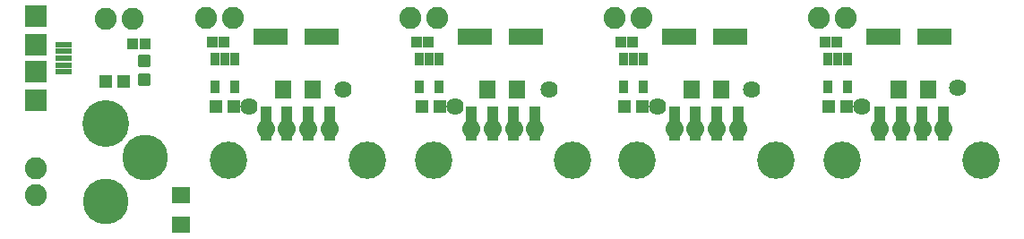
<source format=gts>
G75*
G70*
%OFA0B0*%
%FSLAX24Y24*%
%IPPOS*%
%LPD*%
%AMOC8*
5,1,8,0,0,1.08239X$1,22.5*
%
%ADD10C,0.1390*%
%ADD11R,0.0434X0.1261*%
%ADD12C,0.1740*%
%ADD13C,0.1700*%
%ADD14R,0.0513X0.0474*%
%ADD15R,0.0710X0.0631*%
%ADD16R,0.0352X0.0470*%
%ADD17R,0.0631X0.0218*%
%ADD18R,0.0828X0.0789*%
%ADD19R,0.0828X0.0828*%
%ADD20R,0.0415X0.0434*%
%ADD21R,0.1261X0.0631*%
%ADD22R,0.0631X0.0710*%
%ADD23C,0.0820*%
%ADD24C,0.0142*%
%ADD25C,0.0640*%
%ADD26C,0.0671*%
D10*
X008715Y004600D03*
X013885Y004600D03*
X016365Y004600D03*
X021535Y004600D03*
X023915Y004600D03*
X029085Y004600D03*
X031565Y004600D03*
X036735Y004600D03*
D11*
X035331Y005958D03*
X034544Y005958D03*
X033756Y005958D03*
X032969Y005958D03*
X027681Y005958D03*
X026894Y005958D03*
X026106Y005958D03*
X025319Y005958D03*
X020131Y005958D03*
X019344Y005958D03*
X018556Y005958D03*
X017769Y005958D03*
X012481Y005958D03*
X011694Y005958D03*
X010906Y005958D03*
X010119Y005958D03*
D12*
X004150Y005964D03*
D13*
X005631Y004713D03*
X004160Y003081D03*
D14*
X008265Y006600D03*
X008935Y006600D03*
X004835Y007550D03*
X004165Y007550D03*
X015915Y006600D03*
X016585Y006600D03*
X023465Y006600D03*
X024135Y006600D03*
X031065Y006600D03*
X031735Y006600D03*
D15*
X006950Y002199D03*
X006950Y003301D03*
D16*
X008226Y007338D03*
X008974Y007338D03*
X008974Y008358D03*
X008600Y008358D03*
X008226Y008358D03*
X015826Y008358D03*
X016200Y008358D03*
X016574Y008358D03*
X016574Y007338D03*
X015826Y007338D03*
X023426Y007338D03*
X024174Y007338D03*
X024174Y008358D03*
X023800Y008358D03*
X023426Y008358D03*
X031026Y008358D03*
X031400Y008358D03*
X031774Y008358D03*
X031774Y007338D03*
X031026Y007338D03*
D17*
X002593Y007888D03*
X002593Y008144D03*
X002593Y008400D03*
X002593Y008656D03*
X002593Y008912D03*
D18*
X001550Y009975D03*
X001550Y006825D03*
D19*
X001550Y007900D03*
X001550Y008900D03*
D20*
X005172Y008950D03*
X005628Y008950D03*
X008122Y009000D03*
X008578Y009000D03*
X015722Y009000D03*
X016178Y009000D03*
X023322Y009000D03*
X023778Y009000D03*
X030922Y009000D03*
X031378Y009000D03*
D21*
X033105Y009200D03*
X034995Y009200D03*
X027395Y009200D03*
X025505Y009200D03*
X019795Y009200D03*
X017905Y009200D03*
X012195Y009200D03*
X010305Y009200D03*
D22*
X010749Y007250D03*
X011851Y007250D03*
X018349Y007250D03*
X019451Y007250D03*
X025949Y007250D03*
X027051Y007250D03*
X033649Y007250D03*
X034751Y007250D03*
D23*
X031700Y009900D03*
X030700Y009900D03*
X024100Y009900D03*
X023100Y009900D03*
X016500Y009900D03*
X015500Y009900D03*
X008900Y009900D03*
X007900Y009900D03*
X005170Y009880D03*
X004170Y009880D03*
X001550Y004300D03*
X001550Y003300D03*
D24*
X005434Y007439D02*
X005766Y007439D01*
X005434Y007439D02*
X005434Y007771D01*
X005766Y007771D01*
X005766Y007439D01*
X005766Y007580D02*
X005434Y007580D01*
X005434Y007721D02*
X005766Y007721D01*
X005766Y008129D02*
X005434Y008129D01*
X005434Y008461D01*
X005766Y008461D01*
X005766Y008129D01*
X005766Y008270D02*
X005434Y008270D01*
X005434Y008411D02*
X005766Y008411D01*
D25*
X009500Y006600D03*
X013000Y007250D03*
X017150Y006600D03*
X020650Y007250D03*
X024700Y006600D03*
X028200Y007250D03*
X032300Y006600D03*
X035850Y007300D03*
D26*
X035330Y005760D03*
X034550Y005760D03*
X033750Y005760D03*
X032970Y005760D03*
X027680Y005760D03*
X026900Y005760D03*
X026100Y005760D03*
X025320Y005760D03*
X020130Y005760D03*
X019350Y005760D03*
X018550Y005760D03*
X017770Y005760D03*
X012480Y005760D03*
X011700Y005760D03*
X010900Y005760D03*
X010120Y005760D03*
M02*

</source>
